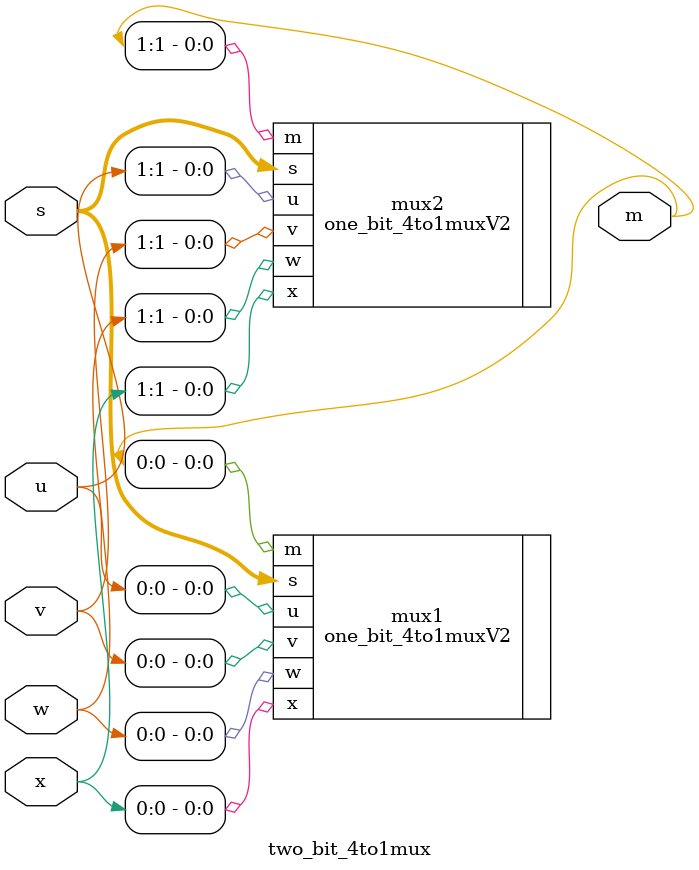
<source format=v>
module two_bit_4to1mux (s,u,v,w,x,m);
 
	input[1:0] s;
	input[1:0] u, v, w, x;
	output[1:0] m;
	
	one_bit_4to1muxV2 mux1(.s(s),.u(u[0]),.v(v[0]),.w(w[0]),.x(x[0]),.m(m[0]));
	one_bit_4to1muxV2 mux2(.s(s),.u(u[1]),.v(v[1]),.w(w[1]),.x(x[1]),.m(m[1]));
endmodule

</source>
